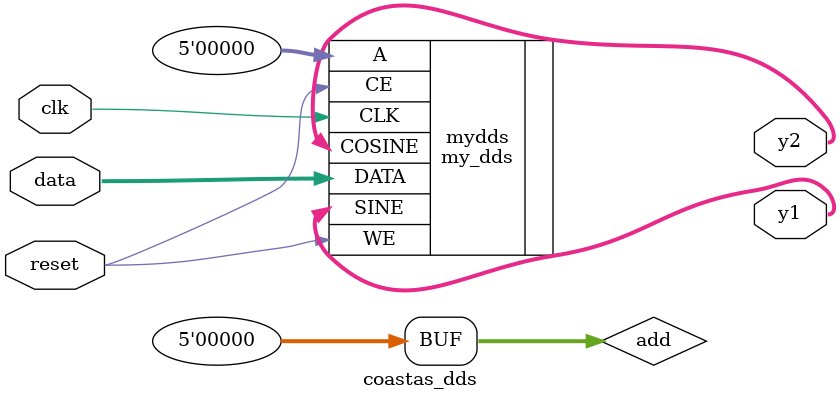
<source format=v>
`timescale 1ns / 1ps
module coastas_dds(clk, reset, data, y1, y2);
input clk;
input reset;
input [23:0] data;
output [15:0] y1;
output [15:0] y2;

wire [4:0] add;
assign add = 0;
my_dds mydds(
   .DATA(data),
	.CE(reset),
   .WE(reset),
   .A(add),
   .CLK(clk),
   .SINE(y1),
	.COSINE(y2)
   );
	
endmodule

</source>
